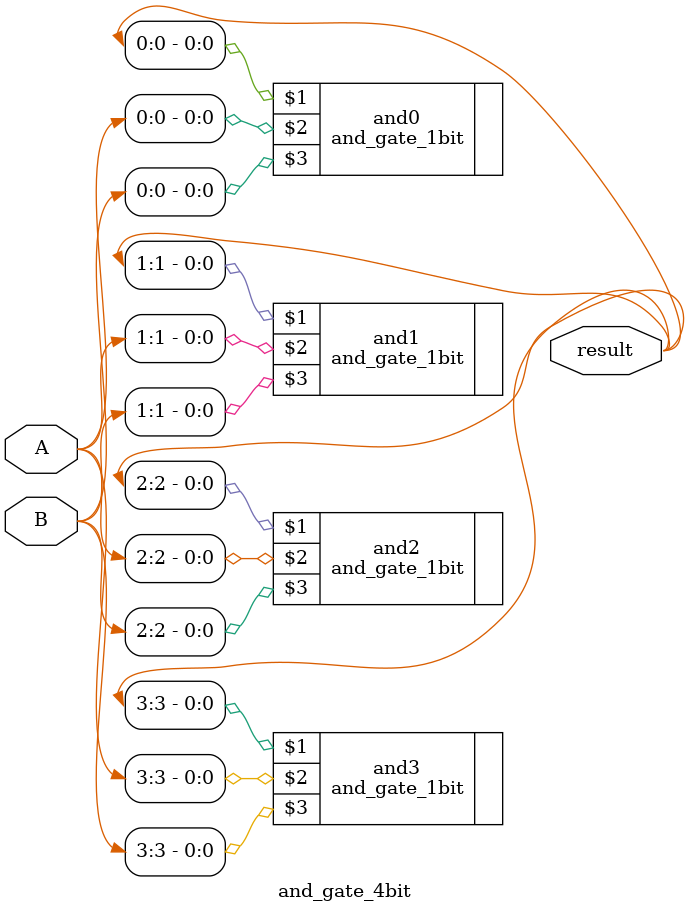
<source format=v>
module and_gate_4bit(
	output [3:0] result,
	input [3:0] A,
	input [3:0] B
    
);
	and_gate_1bit and0 (result[0], A[0], B[0]);
	and_gate_1bit and1 (result[1], A[1], B[1]);
	and_gate_1bit and2 (result[2], A[2], B[2]);
	and_gate_1bit and3 (result[3], A[3], B[3]);
	
endmodule

</source>
